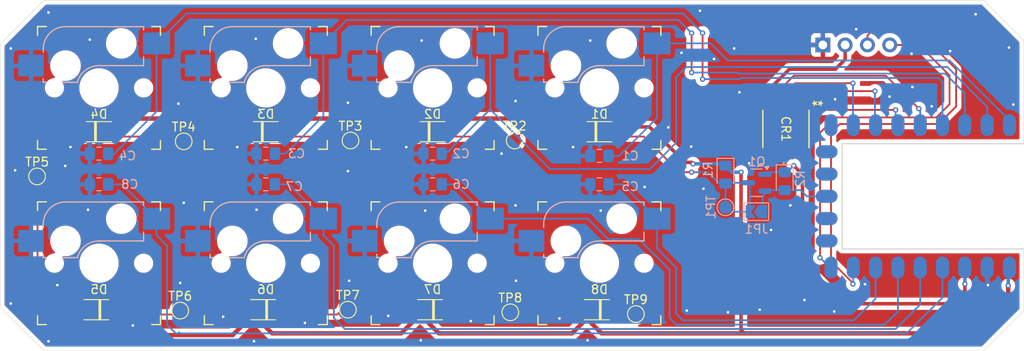
<source format=kicad_pcb>
(kicad_pcb (version 20240108) (generator "pcbnew") (generator_version "8.0")
  (title_block (comment 4 "AISLER Project ID: AHPZGPKK"))
  (layers (0 "F.Cu" signal) (31 "B.Cu" signal) (34 "B.Paste" user) (35 "F.Paste" user) (36 "B.SilkS" user "B.Silkscreen") (37 "F.SilkS" user "F.Silkscreen") (38 "B.Mask" user) (39 "F.Mask" user) (44 "Edge.Cuts" user))
  (net 0 "")
  (net 1 "+5V")
  (net 2 "OLED_SDA")
  (net 5 "OLED_SCL")
  (net 6 "EEPROM_CS")
  (net 7 "EEPROM_SCK")
  (net 8 "GND")
  (net 9 "LED_DIN")
  (net 10 "+3.3V")
  (net 11 "EEPROM_MISO")
  (net 12 "EEPROM_MOSI")
  (net 13 "SW_1_1")
  (net 14 "SW_1_2")
  (net 15 "SW_1_3")
  (net 16 "SW_1_4")
  (net 17 "SW_2_1")
  (net 18 "SW_2_2")
  (net 19 "SW_2_3")
  (net 20 "SW_2_4")
  (net 24 "Net-(D1-DIN)")
  (net 25 "Net-(D8-DOUT)")
  (net 26 "Net-(D1-DOUT)")
  (net 27 "Net-(D2-DOUT)")
  (net 28 "Net-(D3-DOUT)")
  (net 29 "Net-(D4-DOUT)")
  (net 30 "Net-(D5-DOUT)")
  (net 31 "Net-(D6-DOUT)")
  (net 32 "Net-(D7-DOUT)")
  (footprint "TestPoint:TestPoint_Pad_D1.5mm" (layer "F.Cu") (at 82.9 58)
    (property "Reference" "TP3")
    (property "Value" "TestPoint")
  )
  (footprint "Kailh_hotswap_led:Kailh_socket_MX_WS2812B_LR" (layer "F.Cu") (at 73.25 72)
    (property "Reference" "D6")
    (property "Value" "WS2812_Switch")
  )
  (footprint "TestPoint:TestPoint_Pad_D1.5mm" (layer "F.Cu") (at 101.1 77.6)
    (property "Reference" "TP8")
    (property "Value" "TestPoint")
  )
  (footprint "Kailh_hotswap_led:Kailh_socket_MX_WS2812B_LR" (layer "F.Cu") (at 111.25 72)
    (property "Reference" "D8")
    (property "Value" "WS2812_Switch")
  )
  (footprint "TestPoint:TestPoint_Pad_D1.5mm" (layer "F.Cu") (at 63.5 77.4)
    (property "Reference" "TP6")
    (property "Value" "TestPoint")
  )
  (footprint "footprints_M93C66-WMN6P:SO-8_STM" (layer "F.Cu") (at 132.495 56.6903 -90)
    (property "Reference" "CR1")
    (property "Value" "M93C66-WMN6P")
  )
  (footprint "TestPoint:TestPoint_Pad_D1.5mm" (layer "F.Cu") (at 82.6 77.3)
    (property "Reference" "TP7")
    (property "Value" "TestPoint")
  )
  (footprint "Kailh_hotswap_led:Kailh_socket_MX_WS2812B_RL" (layer "F.Cu") (at 111.25 52)
    (property "Reference" "D1")
    (property "Value" "WS2812_Switch")
  )
  (footprint "display:OLED-128x64" (layer "F.Cu") (at 140.51 47.1)
    (property "Reference" "J1" (hide yes))
    (property "Value" "OLED-128x64")
  )
  (footprint "Kailh_hotswap_led:Kailh_socket_MX_WS2812B_RL" (layer "F.Cu") (at 92.25 52)
    (property "Reference" "D2")
    (property "Value" "WS2812_Switch")
  )
  (footprint "Kailh_hotswap_led:Kailh_socket_MX_WS2812B_RL" (layer "F.Cu") (at 73.25 52)
    (property "Reference" "D3")
    (property "Value" "WS2812_Switch")
  )
  (footprint "TestPoint:TestPoint_Pad_D1.5mm" (layer "F.Cu") (at 47.2 62.1)
    (property "Reference" "TP5")
    (property "Value" "TestPoint")
  )
  (footprint "TestPoint:TestPoint_Pad_D1.5mm" (layer "F.Cu") (at 101.6 58)
    (property "Reference" "TP2")
    (property "Value" "TestPoint")
  )
  (footprint "Kailh_hotswap_led:Kailh_socket_MX_WS2812B_LR" (layer "F.Cu") (at 92.25 72)
    (property "Reference" "D7")
    (property "Value" "WS2812_Switch")
  )
  (footprint "TestPoint:TestPoint_Pad_D1.5mm" (layer "F.Cu") (at 115.4 77.8)
    (property "Reference" "TP9")
    (property "Value" "TestPoint")
  )
  (footprint "Kailh_hotswap_led:Kailh_socket_MX_WS2812B_RL" (layer "F.Cu") (at 54.25 52)
    (property "Reference" "D4")
    (property "Value" "WS2812_Switch")
  )
  (footprint "Kailh_hotswap_led:Kailh_socket_MX_WS2812B_LR" (layer "F.Cu") (at 54.25 72)
    (property "Reference" "D5")
    (property "Value" "WS2812_Switch")
  )
  (footprint "TestPoint:TestPoint_Pad_D1.5mm" (layer "F.Cu") (at 63.9 58.1)
    (property "Reference" "TP4")
    (property "Value" "TestPoint")
  )
  (footprint "Jumper:SolderJumper-2_P1.3mm_Open_TrianglePad1.0x1.5mm" (layer "B.Cu") (at 129.13 66.12 180)
    (property "Reference" "JP1")
    (property "Value" "SolderJumper_2_Open")
  )
  (footprint "Capacitor_SMD:C_0805_2012Metric_Pad1.18x1.45mm_HandSolder" (layer "B.Cu") (at 111.25 63)
    (property "Reference" "C5")
    (property "Value" "4µ7")
  )
  (footprint "Capacitor_SMD:C_0805_2012Metric_Pad1.18x1.45mm_HandSolder" (layer "B.Cu") (at 54.25 63)
    (property "Reference" "C8")
    (property "Value" "4µ7")
  )
  (footprint "TestPoint:TestPoint_Pad_D1.5mm" (layer "B.Cu") (at 125.605 65.62 -90)
    (property "Reference" "TP1")
    (property "Value" "TestPoint")
  )
  (footprint "mcu:rp2040-zero-smd" (layer "B.Cu") (at 147.79 64.37 90)
    (property "Reference" "U1" (hide yes))
    (property "Value" "rp2040-zero" (hide yes))
    (fp_line (start 6 -8.89) (end -6 -8.89) (stroke (width 0.12)) (layer "Edge.Cuts"))
    (fp_line (start -6 -8.89) (end -6 11.75) (stroke (width 0.12)) (layer "Edge.Cuts"))
    (fp_line (start 6 11.75) (end 6 -8.89) (stroke (width 0.12)) (layer "Edge.Cuts"))
  )
  (footprint "LED_SMD:LED_0805_2012Metric_Pad1.15x1.40mm_HandSolder" (layer "B.Cu") (at 125.605 61.895 -90)
    (property "Reference" "R1")
    (property "Value" "10k")
  )
  (footprint "Capacitor_SMD:C_0805_2012Metric_Pad1.18x1.45mm_HandSolder" (layer "B.Cu") (at 111.25 59.75)
    (property "Reference" "C1")
    (property "Value" "4µ7")
  )
  (footprint "Package_TO_SOT_SMD:SOT-23" (layer "B.Cu") (at 129.1675 62.82 180)
    (property "Reference" "Q1")
    (property "Value" "AO3400A")
  )
  (footprint "LED_SMD:LED_0805_2012Metric_Pad1.15x1.40mm_HandSolder" (layer "B.Cu") (at 132.355 62.645 -90)
    (property "Reference" "R2")
    (property "Value" "10k")
  )
  (footprint "Capacitor_SMD:C_0805_2012Metric_Pad1.18x1.45mm_HandSolder" (layer "B.Cu") (at 73.25 59.5)
    (property "Reference" "C3")
    (property "Value" "4µ7")
  )
  (footprint "Capacitor_SMD:C_0805_2012Metric_Pad1.18x1.45mm_HandSolder" (layer "B.Cu") (at 92.25 63)
    (property "Reference" "C6")
    (property "Value" "4µ7")
  )
  (footprint "Capacitor_SMD:C_0805_2012Metric_Pad1.18x1.45mm_HandSolder" (layer "B.Cu") (at 92.25 59.5)
    (property "Reference" "C2")
    (property "Value" "4µ7")
  )
  (footprint "Capacitor_SMD:C_0805_2012Metric_Pad1.18x1.45mm_HandSolder" (layer "B.Cu") (at 54.25 59.5)
    (property "Reference" "C4")
    (property "Value" "4µ7")
  )
  (footprint "Capacitor_SMD:C_0805_2012Metric_Pad1.18x1.45mm_HandSolder" (layer "B.Cu") (at 73.25 63)
    (property "Reference" "C7")
    (property "Value" "4µ7")
  )
  (gr_line (start 43 77) (end 48 82) (stroke (width 0.05)) (layer "Edge.Cuts"))
  (gr_line (start 155 42) (end 159.6 46.6) (stroke (width 0.05)) (layer "Edge.Cuts"))
  (gr_line (start 159.6 58.3) (end 159.54 58.37) (stroke (width 0.05)) (layer "Edge.Cuts"))
  (gr_line (start 43 47) (end 43 77) (stroke (width 0.05)) (layer "Edge.Cuts"))
  (gr_line (start 48 82) (end 155 82) (stroke (width 0.05)) (layer "Edge.Cuts"))
  (gr_line (start 159.6 70.5) (end 159.54 70.37) (stroke (width 0.05)) (layer "Edge.Cuts"))
  (gr_line (start 159.6 46.6) (end 159.6 58.3) (stroke (width 0.05)) (layer "Edge.Cuts"))
  (gr_line (start 43 47) (end 48 42) (stroke (width 0.05)) (layer "Edge.Cuts"))
  (gr_line (start 48 42) (end 155 42) (stroke (width 0.05)) (layer "Edge.Cuts"))
  (gr_line (start 159.6 77.4) (end 159.6 70.5) (stroke (width 0.05)) (layer "Edge.Cuts"))
  (gr_line (start 155 82) (end 159.6 77.4) (stroke (width 0.05)) (layer "Edge.Cuts"))
  (segment (start 111.5 80) (end 127.75 80) (width 0.5) (layer "F.Cu") (net 1))
  (segment (start 56.3325 55.5) (end 55.3825 56.45) (width 0.5) (layer "F.Cu") (net 1))
  (segment (start 92.9675 80) (end 90.8175 77.85) (width 0.5) (layer "F.Cu") (net 1))
  (segment (start 112.3825 56.1325) (end 111.75 55.5) (width 0.5) (layer "F.Cu") (net 1))
  (segment (start 121 60.5) (end 121.76 60.5) (width 0.4) (layer "F.Cu") (net 1))
  (segment (start 157.814313 74.695737) (end 157.814313 74.554313) (width 0.4) (layer "F.Cu") (net 1))
  (segment (start 112.3825 56.45) (end 112.3825 56.1325) (width 0.2) (layer "F.Cu") (net 1))
  (segment (start 109.8175 78.3175) (end 111.5 80) (width 0.5) (layer "F.Cu") (net 1))
  (segment (start 69.4675 80.2) (end 55.1675 80.2) (width 0.5) (layer "F.Cu") (net 1))
  (segment (start 92.4325 55.5) (end 75.3325 55.5) (width 0.5) (layer "F.Cu") (net 1))
  (segment (start 108.135 80) (end 92.9675 80) (width 0.5) (layer "F.Cu") (net 1))
  (segment (start 116.95 56.45) (end 121 60.5) (width 0.4) (layer "F.Cu") (net 1))
  (segment (start 109.8175 77.85) (end 109.8175 78.3175) (width 0.5) (layer "F.Cu") (net 1))
  (segment (start 93.3825 56.45) (end 92.4325 55.5) (width 0.5) (layer "F.Cu") (net 1))
  (segment (start 90.8175 77.85) (end 88.6675 80) (width 0.5) (layer "F.Cu") (net 1))
  (segment (start 73.9675 80) (end 71.8175 77.85) (width 0.5) (layer "F.Cu") (net 1))
  (segment (start 75.3325 55.5) (end 74.3825 56.45) (width 0.5) (layer "F.Cu") (net 1))
  (segment (start 121.76 60.5) (end 121.92 60.66) (width 0.4) (layer "F.Cu") (net 1))
  (segment (start 109.8175 78.3175) (end 108.135 80) (width 0.5) (layer "F.Cu") (net 1))
  (segment (start 127.38 79.63) (end 127.75 80) (width 0.4) (layer "F.Cu") (net 1))
  (segment (start 73.4325 55.5) (end 56.3325 55.5) (width 0.5) (layer "F.Cu") (net 1))
  (segment (start 127.38 61.62) (end 127.38 79.63) (width 0.4) (layer "F.Cu") (net 1))
  (segment (start 55.1675 80.2) (end 52.8175 77.85) (width 0.5) (layer "F.Cu") (net 1))
  (segment (start 111.75 55.5) (end 94.3325 55.5) (width 0.5) (layer "F.Cu") (net 1))
  (segment (start 116.95 56.45) (end 112.3825 56.45) (width 0.4) (layer "F.Cu") (net 1))
  (segment (start 94.3325 55.5) (end 93.3825 56.45) (width 0.5) (layer "F.Cu") (net 1))
  (segment (start 127.75 80) (end 155 80) (width 0.5) (layer "F.Cu") (net 1))
  (segment (start 157.814313 77.185687) (end 157.814313 74.554313) (width 0.5) (layer "F.Cu") (net 1))
  (segment (start 155 80) (end 157.814313 77.185687) (width 0.5) (layer "F.Cu") (net 1))
  (segment (start 74.3825 56.45) (end 73.4325 55.5) (width 0.5) (layer "F.Cu") (net 1))
  (segment (start 88.6675 80) (end 73.9675 80) (width 0.5) (layer "F.Cu") (net 1))
  (segment (start 71.8175 77.85) (end 69.4675 80.2) (width 0.5) (layer "F.Cu") (net 1))
  (via (at 127.38 61.62) (size 0.6) (drill 0.3) (layers "F.Cu" "B.Cu") (net 1))
  (via (at 157.814313 74.554313) (size 0.6) (drill 0.3) (layers "F.Cu" "B.Cu") (net 1))
  (via (at 121.92 60.66) (size 0.6) (drill 0.3) (layers "F.Cu" "B.Cu") (net 1))
  (segment (start 125.395 60.66) (end 125.605 60.87) (width 0.4) (layer "B.Cu") (net 1))
  (segment (start 157.814313 74.554313) (end 157.814313 72.125687) (width 0.4) (layer "B.Cu") (net 1))
  (segment (start 157.95 71.99) (end 157.95 73.05) (width 0.2) (layer "B.Cu") (net 1))
  (segment (start 121.92 60.66) (end 125.395 60.66) (width 0.4) (layer "B.Cu") (net 1))
  (segment (start 127.38 61.62) (end 126.355 61.62) (width 0.4) (layer "B.Cu") (net 1))
  (segment (start 126.355 61.62) (end 125.605 60.87) (width 0.4) (layer "B.Cu") (net 1))
  (segment (start 157.814313 72.125687) (end 157.95 71.99) (width 0.4) (layer "B.Cu") (net 1))
  (segment (start 157.95 73.05) (end 157.88 73.12) (width 0.2) (layer "B.Cu") (net 1))
  (segment (start 151.13 50.58) (end 147.65 47.1) (width 0.2) (layer "F.Cu") (net 2))
  (segment (start 149.63 55.37) (end 151.13 53.87) (width 0.2) (layer "F.Cu") (net 2))
  (segment (start 136.38 71.37) (end 136.38 57.12) (width 0.2) (layer "F.Cu") (net 2))
  (segment (start 147.65 47.1) (end 144.32 47.1) (width 0.2) (layer "F.Cu") (net 2))
  (segment (start 138.13 55.37) (end 149.63 55.37) (width 0.2) (layer "F.Cu") (net 2))
  (segment (start 151.13 53.87) (end 151.13 50.58) (width 0.2) (layer "F.Cu") (net 2))
  (segment (start 136.38 57.12) (end 138.13 55.37) (width 0.2) (layer "F.Cu") (net 2))
  (via (at 136.38 71.37) (size 0.6) (drill 0.3) (layers "F.Cu" "B.Cu") (net 2))
  (segment (start 137 71.99) (end 136.38 71.37) (width 0.2) (layer "B.Cu") (net 2))
  (segment (start 137.63 71.99) (end 137 71.99) (width 0.2) (layer "B.Cu") (net 2))
  (segment (start 140.13 74.271471) (end 137.63 71.771471) (width 0.2) (layer "F.Cu") (net 5))
  (segment (start 141.78 46.02) (end 141.78 47.1) (width 0.2) (layer "F.Cu") (net 5))
  (segment (start 151.88 54.12) (end 151.88 49.87) (width 0.2) (layer "F.Cu") (net 5))
  (segment (start 137.63 71.771471) (end 137.63 57.12) (width 0.2) (layer "F.Cu") (net 5))
  (segment (start 140.13 74.37) (end 140.13 74.271471) (width 0.2) (layer "F.Cu") (net 5))
  (segment (start 151.88 49.87) (end 147.41 45.4) (width 0.2) (layer "F.Cu") (net 5))
  (segment (start 138.63 56.12) (end 149.88 56.12) (width 0.2) (layer "F.Cu") (net 5))
  (segment (start 149.88 56.12) (end 151.88 54.12) (width 0.2) (layer "F.Cu") (net 5))
  (segment (start 137.63 57.12) (end 138.63 56.12) (width 0.2) (layer "F.Cu") (net 5))
  (segment (start 147.41 45.4) (end 142.4 45.4) (width 0.2) (layer "F.Cu") (net 5))
  (segment (start 142.4 45.4) (end 141.78 46.02) (width 0.2) (layer "F.Cu") (net 5))
  (via (at 140.13 74.37) (size 0.6) (drill 0.3) (layers "F.Cu" "B.Cu") (net 5))
  (segment (start 140.17 74.33) (end 140.13 74.37) (width 0.2) (layer "B.Cu") (net 5))
  (segment (start 140.17 71.99) (end 140.17 74.33) (width 0.2) (layer "B.Cu") (net 5))
  (segment (start 134.4 54.0106) (end 134.9 54.5106) (width 0.2) (layer "F.Cu") (net 6))
  (segment (start 134.9 54.5106) (end 144.9894 54.5106) (width 0.2) (layer "F.Cu") (net 6))
  (via (at 144.9894 54.5106) (size 0.6) (drill 0.3) (layers "F.Cu" "B.Cu") (net 6))
  (segment (start 144.9894 56.4894) (end 145.25 56.75) (width 0.2) (layer "B.Cu") (net 6))
  (segment (start 144.9894 54.5106) (end 144.9894 56.4894) (width 0.2) (layer "B.Cu") (net 6))
  (segment (start 133.38 52.62) (end 133.63 52.37) (width 0.2) (layer "F.Cu") (net 7))
  (segment (start 133.63 52.37) (end 142.63 52.37) (width 0.2) (layer "F.Cu") (net 7))
  (segment (start 133.13 52.87) (end 133.38 52.62) (width 0.2) (layer "F.Cu") (net 7))
  (segment (start 133.13 54.0106) (end 133.13 52.87) (width 0.2) (layer "F.Cu") (net 7))
  (via (at 142.63 52.37) (size 0.6) (drill 0.3) (layers "F.Cu" "B.Cu") (net 7))
  (segment (start 142.71 56.75) (end 142.63 56.67) (width 0.2) (layer "B.Cu") (net 7))
  (segment (start 142.63 56.67) (end 142.63 52.37) (width 0.2) (layer "B.Cu") (net 7))
  (segment (start 55.7325 76.1) (end 55.0825 76.75) (width 0.2) (layer "F.Cu") (net 8))
  (segment (start 63.5 76.1) (end 63.5 74.25) (width 0.2) (layer "F.Cu") (net 8))
  (segment (start 82.75 75.75) (end 82.75 74) (width 0.2) (layer "F.Cu") (net 8))
  (segment (start 108.25 58.75) (end 109.45 57.55) (width 0.2) (layer "F.Cu") (net 8))
  (segment (start 70 58.75) (end 71.2 57.55) (width 0.2) (layer "F.Cu") (net 8))
  (segment (start 128.5 52.5) (end 133.9 47.1) (width 0.5) (layer "F.Cu") (net 8))
  (segment (start 93.75 76.0825) (end 93.0825 76.75) (width 0.2) (layer "F.Cu") (net 8))
  (segment (start 112.0825 76.75) (end 112.0825 76.0825) (width 0.2) (layer "F.Cu") (net 8))
  (segment (start 131.86 59.37) (end 130.37 59.37) (width 0.5) (layer "F.Cu") (net 8))
  (segment (start 131.86 75.36) (end 131.86 59.37) (width 0.5) (layer "F.Cu") (net 8))
  (segment (start 117.25 62.5) (end 116 61.25) (width 0.2) (layer "F.Cu") (net 8))
  (segment (start 50.25 75.25) (end 49.5 74.5) (width 0.2) (layer "F.Cu") (net 8))
  (segment (start 101.75 76.0825) (end 93.75 76.0825) (width 0.2) (layer "F.Cu") (net 8))
  (segment (start 155.5 77.25) (end 154.25 78.5) (width 0.5) (layer "F.Cu") (net 8))
  (segment (start 90.45 57.55) (end 91.1175 57.55) (width 0.2) (layer "F.Cu") (net 8))
  (segment (start 154.25 78.5) (end 135 78.5) (width 0.5) (layer "F.Cu") (net 8))
  (segment (start 116 61.25) (end 113.8175 61.25) (width 0.2) (layer "F.Cu") (net 8))
  (segment (start 128.5 57.5) (end 128.5 52.5) (width 0.5) (layer "F.Cu") (net 8))
  (segment (start 82.75 75.75) (end 75.0825 75.75) (width 0.2) (layer "F.Cu") (net 8))
  (segment (start 113.8175 61.25) (end 110.1175 57.55) (width 0.2) (layer "F.Cu") (net 8))
  (segment (start 109.45 57.55) (end 110.1175 57.55) (width 0.2) (layer "F.Cu") (net 8))
  (segment (start 74.0825 76.75) (end 73.4325 76.1) (width 0.2) (layer "F.Cu") (net 8))
  (segment (start 53.5825 75.25) (end 50.25 75.25) (width 0.2) (layer "F.Cu") (net 8))
  (segment (start 55.0825 76.75) (end 53.5825 75.25) (width 0.2) (layer "F.Cu") (net 8))
  (segment (start 75.0825 75.75) (end 74.0825 76.75) (width 0.2) (layer "F.Cu") (net 8))
  (segment (start 52.2 57.55) (end 53.1175 57.55) (width 0.2) (layer "F.Cu") (net 8))
  (segment (start 73.4325 76.1) (end 63.5 76.1) (width 0.2) (layer "F.Cu") (net 8))
  (segment (start 122.75 62.5) (end 117.25 62.5) (width 0.2) (layer "F.Cu") (net 8))
  (segment (start 93.0825 76.75) (end 92.0825 75.75) (width 0.2) (layer "F.Cu") (net 8))
  (segment (start 131.86 59.37) (end 130.59 59.37) (width 0.5) (layer "F.Cu") (net 8))
  (segment (start 155.5 74.5) (end 155.5 77.25) (width 0.5) (layer "F.Cu") (net 8))
  (segment (start 112.0825 76.0825) (end 101.75 76.0825) (width 0.2) (layer "F.Cu") (net 8))
  (segment (start 125.88 59.37) (end 122.75 62.5) (width 0.2) (layer "F.Cu") (net 8))
  (segment (start 101.75 76.0825) (end 101.75 74) (width 0.2) (layer "F.Cu") (net 8))
  (segment (start 135 78.5) (end 131.86 75.36) (width 0.5) (layer "F.Cu") (net 8))
  (segment (start 51 58.75) (end 52.2 57.55) (width 0.2) (layer "F.Cu") (net 8))
  (segment (start 130.37 59.37) (end 128.5 57.5) (width 0.5) (layer "F.Cu") (net 8))
  (segment (start 130.59 59.37) (end 125.88 59.37) (width 0.2) (layer "F.Cu") (net 8))
  (segment (start 92.0825 75.75) (end 82.75 75.75) (width 0.2) (layer "F.Cu") (net 8))
  (segment (start 63.5 76.1) (end 55.7325 76.1) (width 0.2) (layer "F.Cu") (net 8))
  (segment (start 71.2 57.55) (end 72.1175 57.55) (width 0.2) (layer "F.Cu") (net 8))
  (segment (start 89.25 58.75) (end 90.45 57.55) (width 0.2) (layer "F.Cu") (net 8))
  (segment (start 133.9 47.1) (end 136.7 47.1) (width 0.5) (layer "F.Cu") (net 8))
  (segment (start 130.59 59.37) (end 130.59 59.09) (width 0.2) (layer "F.Cu") (net 8))
  (via (at 87.2 78) (size 0.6) (drill 0.3) (layers "F.Cu" "B.Cu") (net 8))
  (via (at 58.1 79.1) (size 0.6) (drill 0.3) (layers "F.Cu" "B.Cu") (net 8))
  (via (at 96.6 78.6) (size 0.6) (drill 0.3) (layers "F.Cu" "B.Cu") (net 8))
  (via (at 111.4 66) (size 0.6) (drill 0.3) (layers "F.Cu" "B.Cu") (net 8))
  (via (at 63.5 74.25) (size 0.6) (drill 0.3) (layers "F.Cu" "B.Cu") (net 8))
  (via (at 91.4 66) (size 0.6) (drill 0.3) (layers "F.Cu" "B.Cu") (net 8))
  (via (at 133 65.4) (size 0.6) (drill 0.3) (layers "F.Cu" "B.Cu") (net 8))
  (via (at 130.8 68.2) (size 0.6) (drill 0.3) (layers "F.Cu" "B.Cu") (net 8))
  (via (at 44.7 61.4) (size 0.6) (drill 0.3) (layers "F.Cu" "B.Cu") (net 8))
  (via (at 106.7 78.3) (size 0.6) (drill 0.3) (layers "F.Cu" "B.Cu") (net 8))
  (via (at 146.8 48.1) (size 0.6) (drill 0.3) (layers "F.Cu" "B.Cu") (net 8))
  (via (at 44.2 47.5) (size 0.6) (drill 0.3) (layers "F.Cu" "B.Cu") (net 8))
  (via (at 72.2 65.9) (size 0.6) (drill 0.3) (layers "F.Cu" "B.Cu") (net 8))
  (via (at 110.2 46.6) (size 0.6) (drill 0.3) (layers "F.Cu" "B.Cu") (net 8))
  (via (at 90.9 80.8) (size 0.6) (drill 0.3) (layers "F.Cu" "B.Cu") (net 8))
  (via (at 108.25 58.75) (size 0.6) (drill 0.3) (layers "F.Cu" "B.Cu") (net 8))
  (via (at 48.5 43.4) (size 0.6) (drill 0.3) (layers "F.Cu" "B.Cu") (net 8))
  (via (at 144.3 53) (size 0.6) (drill 0.3) (layers "F.Cu" "B.Cu") (net 8))
  (via (at 129.5 77.3) (size 0.6) (drill 0.3) (layers "F.Cu" "B.Cu") (net 8))
  (via (at 72.1 46.4) (size 0.6) (drill 0.3) (layers "F.Cu" "B.Cu") (net 8))
  (via (at 44.2 76.6) (size 0.6) (drill 0.3) (layers "F.Cu" "B.Cu") (net 8))
  (via (at 100.1 59.5) (size 0.6) (drill 0.3) (layers "F.Cu" "B.Cu") (net 8))
  (via (at 122.7 43.2) (size 0.6) (drill 0.3) (layers "F.Cu" "B.Cu") (net 8))
  (via (at 68.4 78.1) (size 0.6) (drill 0.3) (layers "F.Cu" "B.Cu") (net 8))
  (via (at 119.1 56.5) (size 0.6) (drill 0.3) (layers "F.Cu" "B.Cu") (net 8))
  (via (at 63.9 65.1) (size 0.6) (drill 0.3) (layers "F.Cu" "B.Cu") (net 8))
  (via (at 91 46.6) (size 0.6) (drill 0.3) (layers "F.Cu" "B.Cu") (net 8))
  (via (at 134.6 76.2) (size 0.6) (drill 0.3) (layers "F.Cu" "B.Cu") (net 8))
  (via (at 127.2 52.5) (size 0.6) (drill 0.3) (layers "F.Cu" "B.Cu") (net 8))
  (via (at 158.4 53.9) (size 0.6) (drill 0.3) (layers "F.Cu" "B.Cu") (net 8))
  (via (at 151.2 47.8) (size 0.6) (drill 0.3) (layers "F.Cu" "B.Cu") (net 8))
  (via (at 157.9 47.4) (size 0.6) (drill 0.3) (layers "F.Cu" "B.Cu") (net 8))
  (via (at 155.5 74.5) (size 0.6) (drill 0.3) (layers "F.Cu" "B.Cu") (net 8))
  (via (at 116.4 63.3) (size 0.6) (drill 0.3) (layers "F.Cu" "B.Cu") (net 8))
  (via (at 146.9 51.9) (size 0.6) (drill 0.3) (layers "F.Cu" "B.Cu") (net 8))
  (via (at 51 58.75) (size 0.6) (drill 0.3) (layers "F.Cu" "B.Cu") (net 8))
  (via (at 50.4 60.9) (size 0.6) (drill 0.3) (layers "F.Cu" "B.Cu") (net 8))
  (via (at 82.6 53.7) (size 0.6) (drill 0.3) (layers "F.Cu" "B.Cu") (net 8))
  (via (at 101.7 65.4) (size 0.6) (drill 0.3) (layers "F.Cu" "B.Cu") (net 8))
  (via (at 141.5 74.4) (size 0.6) (drill 0.3) (layers "F.Cu" "B.Cu") (net 8))
  (via (at 48.5 80.9) (size 0.6) (drill 0.3) (layers "F.Cu" "B.Cu") (net 8))
  (via (at 109.9 80.8) (size 0.6) (drill 0.3) (layers "F.Cu" "B.Cu") (net 8))
  (via (at 154.1 43.6) (size 0.6) (drill 0.3) (layers "F.Cu" "B.Cu") (net 8))
  (via (at 125.9 77.6) (size 0.6) (drill 0.3) (layers "F.Cu" "B.Cu") (net 8))
  (via (at 53 65.9) (size 0.6) (drill 0.3) (layers "F.Cu" "B.Cu") (net 8))
  (via (at 77.7 78.8) (size 0.6) (drill 0.3) (layers "F.Cu" "B.Cu") (net 8))
  (via (at 121.7 58.7) (size 0.6) (drill 0.3) (layers "F.Cu" "B.Cu") (net 8))
  (via (at 149.1 54.1) (size 0.6) (drill 0.3) (layers "F.Cu" "B.Cu") (net 8))
  (via (at 121.2 77.4) (size 0.6) (drill 0.3) (layers "F.Cu" "B.Cu") (net 8))
  (via (at 89.25 58.75) (size 0.6) (drill 0.3) (layers "F.Cu" "B.Cu") (net 8))
  (via (at 101.7 53.5) (size 0.6) (drill 0.3) (layers "F.Cu" "B.Cu") (net 8))
  (via (at 53.2 46.5) (size 0.6) (drill 0.3) (layers "F.Cu" "B.Cu") (net 8))
  (via (at 140.5 45.3) (size 0.6) (drill 0.3) (layers "F.Cu" "B.Cu") (net 8))
  (via (at 101.75 74) (size 0.6) (drill 0.3) (layers "F.Cu" "B.Cu") (net 8))
  (via (at 49.5 74.5) (size 0.6) (drill 0.3) (layers "F.Cu" "B.Cu") (net 8))
  (via (at 123.1 63.5) (size 0.6) (drill 0.3) (layers "F.Cu" "B.Cu") (net 8))
  (via (at 70 58.75) (size 0.6) (drill 0.3) (layers "F.Cu" "B.Cu") (net 8))
  (via (at 82.6 61.5) (size 0.6) (drill 0.3) (layers "F.Cu" "B.Cu") (net 8))
  (via (at 71.9 80.9) (size 0.6) (drill 0.3) (layers "F.Cu" "B.Cu") (net 8))
  (via (at 138 77.5) (size 0.6) (drill 0.3) (layers "F.Cu" "B.Cu") (net 8))
  (via (at 63.3 53.8) (size 0.6) (drill 0.3) (layers "F.Cu" "B.Cu") (net 8))
  (via (at 128.3 60.6) (size 0.6) (drill 0.3) (layers "F.Cu" "B.Cu") (net 8))
  (via (at 126.6 47.5) (size 0.6) (drill 0.3) (layers "F.Cu" "B.Cu") (net 8))
  (via (at 138.1 53.3) (size 0.6) (drill 0.3) (layers "F.Cu" "B.Cu") (net 8))
  (via (at 120.6 48) (size 0.6) (drill 0.3) (layers "F.Cu" "B.Cu") (net 8))
  (via (at 82.75 74) (size 0.6) (drill 0.3) (layers "F.Cu" "B.Cu") (net 8))
  (via (at 124.3 48.7) (size 0.6) (drill 0.3) (layers "F.Cu" "B.Cu") (net 8))
  (segment (start 46.5075 57.0075) (end 48.25 58.75) (width 0.2) (layer "B.Cu") (net 8))
  (segment (start 46.5075 72.5075) (end 48.5 74.5) (width 0.2) (layer "B.Cu") (net 8))
  (segment (start 91.2125 61.5) (end 91.2125 63) (width 0.2) (layer "B.Cu") (net 8))
  (segment (start 67 58.75) (end 70 58.75) (width 0.2) (layer "B.Cu") (net 8))
  (segment (start 72.2125 63) (end 72.2125 59.5) (width 0.2) (layer "B.Cu") (net 8))
  (segment (start 46.5075 69.46) (end 46.5075 65.7425) (width 0.2) (layer "B.Cu") (net 8))
  (segment (start 103.5075 56.7575) (end 105.5 58.75) (width 0.2) (layer "B.Cu") (net 8))
  (segment (start 49.25 63) (end 53.2125 63) (width 0.2) (layer "B.Cu") (net 8))
  (segment (start 68.75 63) (end 72.2125 63) (width 0.2) (layer "B.Cu") (net 8))
  (segment (start 84.5075 65.7425) (end 87.25 63) (width 0.2) (layer "B.Cu") (net 8))
  (segment (start 65.5075 72.2425) (end 63.5 74.25) (width 0.2) (layer "B.Cu") (net 8))
  (segment (start 109.25 59.75) (end 108.25 58.75) (width 0.2) (layer "B.Cu") (net 8))
  (segment (start 103.5075 49.46) (end 103.5075 56.7575) (width 0.2) (layer "B.Cu") (net 8))
  (segment (start 65.5075 57.2575) (end 67 58.75) (width 0.2) (layer "B.Cu") (net 8))
  (segment (start 90 59.5) (end 89.25 58.75) (width 0.2) (layer "B.Cu") (net 8))
  (segment (start 110.2125 59.75) (end 109.25 59.75) (width 0.2) (layer "B.Cu") (net 8))
  (segment (start 65.5075 49.46) (end 65.5075 57.2575) (width 0.2) (layer "B.Cu") (net 8))
  (segment (start 46.5075 65.7425) (end 49.25 63) (width 0.2) (layer "B.Cu") (net 8))
  (segment (start 48.25 58.75) (end 51 58.75) (width 0.2) (layer "B.Cu") (net 8))
  (segment (start 84.5075 69.46) (end 84.5075 65.7425) (width 0.2) (layer "B.Cu") (net 8))
  (segment (start 98.35 64.6) (end 110.2 64.6) (width 0.2) (layer "B.Cu") (net 8))
  (segment (start 48.5 74.5) (end 49.5 74.5) (width 0.2) (layer "B.Cu") (net 8))
  (segment (start 65.5075 66.2425) (end 68.75 63) (width 0.2) (layer "B.Cu") (net 8))
  (segment (start 91.2125 59.5) (end 91.2125 61.5) (width 0.2) (layer "B.Cu") (net 8))
  (segment (start 103.5075 69.46) (end 103.5075 72.2425) (width 0.2) (layer "B.Cu") (net 8))
  (segment (start 72.4625 59.5) (end 70.75 59.5) (width 0.2) (layer "B.Cu") (net 8))
  (segment (start 46.5075 49.46) (end 46.5075 57.0075) (width 0.2) (layer "B.Cu") (net 8))
  (segment (start 65.5075 69.46) (end 65.5075 72.2425) (width 0.2) (layer "B.Cu") (net 8))
  (segment (start 103.5075 72.2425) (end 101.75 74) (width 0.2) (layer "B.Cu") (net 8))
  (segment (start 95.25 61.5) (end 98.35 64.6) (width 0.2) (layer "B.Cu") (net 8))
  (segment (start 91.2125 61.5) (end 95.25 61.5) (width 0.2) (layer "B.Cu") (net 8))
  (segment (start 84.5075 69.46) (end 84.5075 72.2425) (width 0.2) (layer "B.Cu") (net 8))
  (segment (start 110.2125 64.5875) (end 110.2125 63) (width 0.2) (layer "B.Cu") (net 8))
  (segment (start 155.41 71.99) (end 155.5 72.08) (width 0.2) (layer "B.Cu") (net 8))
  (segment (start 87 58.75) (end 89.25 58.75) (width 0.2) (layer "B.Cu") (net 8))
  (segment (start 110.2 64.6) (end 110.2125 64.5875) (width 0.2) (layer "B.Cu") (net 8))
  (segment (start 84.5075 49.46) (end 84.5075 56.2575) (width 0.2) (layer "B.Cu") (net 8))
  (segment (start 53.2125 59.5) (end 51.75 59.5) (width 0.2) (layer "B.Cu") (net 8))
  (segment (start 91.2125 59.5) (end 90 59.5) (width 0.2) (layer "B.Cu") (net 8))
  (segment (start 51.75 59.5) (end 51 58.75) (width 0.2) (layer "B.Cu") (net 8))
  (segment (start 70.75 59.5) (end 70 58.75) (width 0.2) (layer "B.Cu") (net 8))
  (segment (start 105.5 58.75) (end 108.25 58.75) (width 0.2) (layer "B.Cu") (net 8))
  (segment (start 155.5 72.08) (end 155.5 74.5) (width 0.5) (layer "B.Cu") (net 8))
  (segment (start 84.5075 56.2575) (end 87 58.75) (width 0.2) (layer "B.Cu") (net 8))
  (segment (start 46.5075 69.46) (end 46.5075 72.5075) (width 0.2) (layer "B.Cu") (net 8))
  (segment (start 53.2125 63) (end 53.2125 59.5) (width 0.2) (layer "B.Cu") (net 8))
  (segment (start 87.25 63) (end 91.2125 63) (width 0.2) (layer "B.Cu") (net 8))
  (segment (start 65.5075 69.46) (end 65.5075 66.2425) (width 0.2) (layer "B.Cu") (net 8))
  (segment (start 84.5075 72.2425) (end 82.75 74) (width 0.2) (layer "B.Cu") (net 8))
  (segment (start 130.105 64.095) (end 129.855 64.345) (width 0.2) (layer "B.Cu") (net 9))
  (segment (start 132.355 63.67) (end 130.205 63.67) (width 0.2) (layer "B.Cu") (net 9))
  (segment (start 132.355 63.67) (end 134.18 63.67) (width 0.2) (layer "B.Cu") (net 9))
  (segment (start 134.18 63.67) (end 134.88 64.37) (width 0.2) (layer "B.Cu") (net 9))
  (segment (start 130.205 63.67) (end 130.105 63.77) (width 0.2) (layer "B.Cu") (net 9))
  (segment (start 130.105 63.77) (end 130.105 64.095) (width 0.2) (layer "B.Cu") (net 9))
  (segment (start 129.855 64.345) (end 129.855 66.12) (width 0.2) (layer "B.Cu") (net 9))
  (segment (start 134.88 64.37) (end 137.63 64.37) (width 0.2) (layer "B.Cu") (net 9))
  (segment (start 134.4 57.89) (end 132.621301 57.89) (width 0.4) (layer "F.Cu") (net 10))
  (segment (start 139.24 48.76) (end 139.24 47.1) (width 0.4) (layer "F.Cu") (net 10))
  (segment (start 129.38 53.372501) (end 132.882501 49.87) (width 0.4) (layer "F.Cu") (net 10))
  (segment (start 152.88 75.12) (end 151.38 76.62) (width 0.4) (layer "F.Cu") (net 10))
  (segment (start 138.13 49.87) (end 139.24 48.76) (width 0.4) (layer "F.Cu") (net 10))
  (segment (start 134.38 61.87) (end 133.38 60.87) (width 0.4) (layer "F.Cu") (net 10))
  (segment (start 134.38 72.12) (end 134.38 61.87) (width 0.4) (layer "F.Cu") (net 10))
  (segment (start 132.882501 49.87) (end 138.13 49.87) (width 0.4) (layer "F.Cu") (net 10))
  (segment (start 152.88 74.37) (end 152.88 75.12) (width 0.4) (layer "F.Cu") (net 10))
  (segment (start 129.38 54.648699) (end 129.38 53.372501) (width 0.4) (layer "F.Cu") (net 10))
  (segment (start 134.4 61.85) (end 134.4 59.37) (width 0.4) (layer "F.Cu") (net 10))
  (segment (start 132.621301 57.89) (end 129.38 54.648699) (width 0.4) (layer "F.Cu") (net 10))
  (segment (start 134.4 59.37) (end 134.4 57.89) (width 0.4) (layer "F.Cu") (net 10))
  (segment (start 134.38 61.87) (end 134.4 61.85) (width 0.4) (layer "F.Cu") (net 10))
  (segment (start 151.38 76.62) (end 138.88 76.62) (width 0.4) (layer "F.Cu") (net 10))
  (segment (start 138.88 76.62) (end 134.38 72.12) (width 0.4) (layer "F.Cu") (net 10))
  (via (at 133.38 60.87) (size 0.6) (drill 0.3) (layers "F.Cu" "B.Cu") (net 10))
  (via (at 152.88 74.37) (size 0.6) (drill 0.3) (layers "F.Cu" "B.Cu") (net 10))
  (segment (start 132.63 61.62) (end 133.38 60.87) (width 0.2) (layer "B.Cu") (net 10))
  (segment (start 132.355 61.62) (end 130.355 61.62) (width 0.2) (layer "B.Cu") (net 10))
  (segment (start 132.355 61.62) (end 132.63 61.62) (width 0.2) (layer "B.Cu") (net 10))
  (segment (start 130.355 61.62) (end 130.105 61.87) (width 0.2) (layer "B.Cu") (net 10))
  (segment (start 152.88 74.37) (end 152.88 72) (width 0.4) (layer "B.Cu") (net 10))
  (segment (start 152.88 72) (end 152.87 71.99) (width 0.4) (layer "B.Cu") (net 10))
  (segment (start 130.59 54.0106) (end 130.59 53.41) (width 0.2) (layer "F.Cu") (net 11))
  (segment (start 133.38 50.62) (end 143.88 50.62) (width 0.2) (layer "F.Cu") (net 11))
  (segment (start 143.88 50.62) (end 147.63 54.37) (width 0.2) (layer "F.Cu") (net 11))
  (segment (start 130.59 53.41) (end 133.38 50.62) (width 0.2) (layer "F.Cu") (net 11))
  (via (at 147.63 54.37) (size 0.6) (drill 0.3) (layers "F.Cu" "B.Cu") (net 11))
  (segment (start 147.79 54.53) (end 147.79 56.75) (width 0.2) (layer "B.Cu") (net 11))
  (segment (start 147.63 54.37) (end 147.79 54.53) (width 0.2) (layer "B.Cu") (net 11))
  (segment (start 133.53 51.47) (end 140.13 51.47) (width 0.2) (layer "F.Cu") (net 12))
  (segment (start 131.86 54.0106) (end 131.86 53.14) (width 0.2) (layer "F.Cu") (net 12))
  (segment (start 131.86 53.14) (end 133.53 51.47) (width 0.2) (layer "F.Cu") (net 12))
  (via (at 140.13 51.47) (size 0.6) (drill 0.3) (layers "F.Cu" "B.Cu") (net 12))
  (segment (start 140.13 56.71) (end 140.17 56.75) (width 0.2) (layer "B.Cu") (net 12))
  (segment (start 140.13 51.47) (end 140.13 56.71) (width 0.2) (layer "B.Cu") (net 12))
  (segment (start 117.8075 55.4425) (end 117.8075 46.92) (width 0.2) (layer "B.Cu") (net 13))
  (segment (start 157.95 55.69) (end 157.95 56.75) (width 0.2) (layer "B.Cu") (net 13))
  (segment (start 151.13 48.87) (end 157.95 55.69) (width 0.2) (layer "B.Cu") (net 13))
  (segment (start 157.88 56.68) (end 157.95 56.75) (width 0.2) (layer "B.Cu") (net 13))
  (segment (start 113.5 59.75) (end 117.8075 55.4425) (width 0.2) (layer "B.Cu") (net 13))
  (segment (start 123.93 46.92) (end 125.88 48.87) (width 0.2) (layer "B.Cu") (net 13))
  (segment (start 151.13 48.87) (end 125.88 48.87) (width 0.2) (layer "B.Cu") (net 13))
  (segment (start 112.2875 59.75) (end 113.5 59.75) (width 0.2) (layer "B.Cu") (net 13))
  (segment (start 117.8075 46.92) (end 123.93 46.92) (width 0.2) (layer "B.Cu") (net 13))
  (segment (start 93.2875 59.5) (end 93.75 59.5) (width 0.2) (layer "B.Cu") (net 14))
  (segment (start 93.75 59.5) (end 98.8075 54.4425) (width 0.2) (layer "B.Cu") (net 14))
  (segment (start 121.13 49.62) (end 150.88 49.62) (width 0.2) (layer "B.Cu") (net 14))
  (segment (start 150.88 49.62) (end 155.41 54.15) (width 0.2) (layer "B.Cu") (net 14))
  (segment (start 105.615 61.25) (end 117 61.25) (width 0.2) (layer "B.Cu") (net 14))
  (segment (start 155.41 54.15) (end 155.41 56.75) (width 0.2) (layer "B.Cu") (net 14))
  (segment (start 98.8075 54.4425) (end 98.8075 46.92) (width 0.2) (layer "B.Cu") (net 14))
  (segment (start 120 50.75) (end 121.13 49.62) (width 0.2) (layer "B.Cu") (net 14))
  (segment (start 98.8075 54.4425) (end 105.615 61.25) (width 0.2) (layer "B.Cu") (net 14))
  (segment (start 120 58.25) (end 120 50.75) (width 0.2) (layer "B.Cu") (net 14))
  (segment (start 117 61.25) (end 120 58.25) (width 0.2) (layer "B.Cu") (net 14))
  (segment (start 121.75 45.75) (end 121.75 50.25) (width 0.2) (layer "F.Cu") (net 15))
  (via (at 121.75 45.75) (size 0.6) (drill 0.3) (layers "F.Cu" "B.Cu") (net 15))
  (via (at 121.75 50.25) (size 0.6) (drill 0.3) (layers "F.Cu" "B.Cu") (net 15))
  (segment (start 152.87 52.61) (end 152.87 56.75) (width 0.2) (layer "B.Cu") (net 15))
  (segment (start 121.75 50.25) (end 127 50.25) (width 0.2) (layer "B.Cu") (net 15))
  (segment (start 82.4775 44.25) (end 119.25 44.25) (width 0.2) (layer "B.Cu") (net 15))
  (segment (start 82.25 44.4775) (end 82.4775 44.25) (width 0.2) (layer "B.Cu") (net 15))
  (segment (start 127 50.25) (end 127.12 50.37) (width 0.2) (layer "B.Cu") (net 15))
  (segment (start 150.63 50.37) (end 152.87 52.61) (width 0.2) (layer "B.Cu") (net 15))
  (segment (start 127.12 50.37) (end 150.63 50.37) (width 0.2) (layer "B.Cu") (net 15))
  (segment (start 74.5375 59.5) (end 75.5 59.5) (width 0.2) (layer "B.Cu") (net 15))
  (segment (start 79.8075 55.1925) (end 79.8075 46.92) (width 0.2) (layer "B.Cu") (net 15))
  (segment (start 75.5 59.5) (end 79.8075 55.1925) (width 0.2) (layer "B.Cu") (net 15))
  (segment (start 119.25 44.25) (end 120.25 44.25) (width 0.2) (layer "B.Cu") (net 15))
  (segment (start 79.8075 46.92) (end 82.25 44.4775) (width 0.2) (layer "B.Cu") (net 15))
  (segment (start 120.25 44.25) (end 121.75 45.75) (width 0.2) (layer "B.Cu") (net 15))
  (segment (start 127.064315 50.37) (end 127.12 50.37) (width 0.2) (layer "B.Cu") (net 15))
  (segment (start 123 45.75) (end 123 51) (width 0.2) (layer "F.Cu") (net 16))
  (via (at 123 51) (size 0.6) (drill 0.3) (layers "F.Cu" "B.Cu") (net 16))
  (via (at 123 45.75) (size 0.6) (drill 0.3) (layers "F.Cu" "B.Cu") (net 16))
  (segment (start 119.25 43.5) (end 120.75 43.5) (width 0.2) (layer "B.Cu") (net 16))
  (segment (start 60.8075 46.92) (end 64.2275 43.5) (width 0.2) (layer "B.Cu") (net 16))
  (segment (start 149.88 50.87) (end 150.33 51.32) (width 0.2) (layer "B.Cu") (net 16))
  (segment (start 127.38 50.87) (end 149.88 50.87) (width 0.2) (layer "B.Cu") (net 16))
  (segment (start 64.2275 43.5) (end 119.25 43.5) (width 0.2) (layer "B.Cu") (net 16))
  (segment (start 150.33 51.32) (end 150.33 56.75) (width 0.2) (layer "B.Cu") (net 16))
  (segment (start 56 59.5) (end 60.8075 54.6925) (width 0.2) (layer "B.Cu") (net 16))
  (segment (start 127.25 51) (end 127.38 50.87) (width 0.2) (layer "B.Cu") (net 16))
  (segment (start 123 51) (end 127.25 51) (width 0.2) (layer "B.Cu") (net 16))
  (segment (start 55.2875 59.5) (end 56 59.5) (width 0.2) (layer "B.Cu") (net 16))
  (segment (start 60.8075 54.6925) (end 60.8075 46.92) (width 0.2) (layer "B.Cu") (net 16))
  (segment (start 120.75 43.5) (end 123 45.75) (width 0.2) (layer "B.Cu") (net 16))
  (segment (start 142.71 76.04) (end 142.71 71.99) (width 0.2) (layer "B.Cu") (net 17))
  (segment (start 117.8075 66.92) (end 117.8075 70.3075) (width 0.2) (layer "B.Cu") (net 17))
  (segment (start 140.25 78.5) (end 142.71 76.04) (width 0.2) (layer "B.Cu") (net 17))
  (segment (start 120.75 78.5) (end 140.25 78.5) (width 0.2) (layer "B.Cu") (net 17))
  (segment (start 120 72.5) (end 120 77.75) (width 0.2) (layer "B.Cu") (net 17))
  (segment (start 113.8875 63) (end 117.8075 66.92) (width 0.2) (layer "B.Cu") (net 17))
  (segment (start 120 77.75) (end 120.75 78.5) (width 0.2) (layer "B.Cu") (net 17))
  (segment (start 112.2875 63) (end 113.8875 63) (width 0.2) (layer "B.Cu") (net 17))
  (segment (start 117.8075 70.3075) (end 120 72.5) (width 0.2) (layer "B.Cu") (net 17))
  (segment (start 109.92 66.92) (end 112.25 69.25) (width 0.2) (layer "B.Cu") (net 18))
  (segment (start 93.2875 63) (end 94.8875 63) (width 0.2) (layer "B.Cu") (net 18))
  (segment (start 115.75 69.25) (end 119.25 72.75) (width 0.2) (layer "B.Cu") (net 18))
  (segment (start 143.75 79) (end 145.25 77.5) (width 0.2) (layer "B.Cu") (net 18))
  (segment (start 119.25 72.75) (end 119.25 78.25) (width 0.2) (layer "B.Cu") (net 18))
  (segment (start 94.8875 63) (end 98.8075 66.92) (width 0.2) (layer "B.Cu") (net 18))
  (segment (start 120 79) (end 143.75 79) (width 0.2) (layer "B.Cu") (net 18))
  (segment (start 145.25 77.5) (end 145.25 71.99) (width 0.2) (layer "B.Cu") (net 18))
  (segment (start 112.25 69.25) (end 115.75 69.25) (width 0.2) (layer "B.Cu") (net 18))
  (segment (start 119.25 78.25) (end 120 79) (width 0.2) (layer "B.Cu") (net 18))
  (segment (start 98.8075 66.92) (end 109.92 66.92) (width 0.2) (layer "B.Cu") (net 18))
  (segment (start 147.79 76.71) (end 147.79 71.99) (width 0.2) (layer "B.Cu") (net 19))
  (segment (start 75.8875 63) (end 79.8075 66.92) (width 0.2) (layer "B.Cu") (net 19))
  (segment (start 81 70) (end 81 78.25) (width 0.2) (layer "B.Cu") (net 19))
  (segment (start 82.25 79.5) (end 145 79.5) (width 0.2) (layer "B.Cu") (net 19))
  (segment (start 145 79.5) (end 147.79 76.71) (width 0.2) (layer "B.Cu") (net 19))
  (segment (start 79.8075 66.92) (end 79.8075 68.8075) (width 0.2) (layer "B.Cu") (net 19))
  (segment (start 79.8075 68.8075) (end 81 70) (width 0.2) (layer "B.Cu") (net 19))
  (segment (start 74.2875 63) (end 75.8875 63) (width 0.2) (layer "B.Cu") (net 19))
  (segment (start 81 78.25) (end 82.25 79.5) (width 0.2) (layer "B.Cu") (net 19))
  (segment (start 146.25 80) (end 150.33 75.92) (width 0.2) (layer "B.Cu") (net 20))
  (segment (start 150.33 75.92) (end 150.33 71.99) (width 0.2) (layer "B.Cu") (net 20))
  (segment (start 63.45 80) (end 146.25 80) (width 0.2) (layer "B.Cu") (net 20))
  (segment (start 56.8875 63) (end 60.8075 66.92) (width 0.2) (layer "B.Cu") (net 20))
  (segment (start 63.35 79.9) (end 63.45 80) (width 0.2) (layer "B.Cu") (net 20))
  (segment (start 63 80) (end 63.25 80) (width 0.2) (layer "B.Cu") (net 20))
  (segment (start 60.8075 66.92) (end 60.8075 68.8075) (width 0.2) (layer "B.Cu") (net 20))
  (segment (start 63.25 80) (end 63.35 79.9) (width 0.2) (layer "B.Cu") (net 20))
  (segment (start 55.2875 63) (end 56.8875 63) (width 0.2) (layer "B.Cu") (net 20))
  (segment (start 60.8075 68.8075) (end 62 70) (width 0.2) (layer "B.Cu") (net 20))
  (segment (start 62 79) (end 63 80) (width 0.2) (layer "B.Cu") (net 20))
  (segment (start 62 70) (end 62 79) (width 0.2) (layer "B.Cu") (net 20))
  (segment (start 120.37 61.62) (end 121.75 61.62) (width 0.2) (layer "F.Cu") (net 24))
  (segment (start 116.3 57.55) (end 120.37 61.62) (width 0.2) (layer "F.Cu") (net 24))
  (segment (start 112.3825 57.55) (end 116.3 57.55) (width 0.2) (layer "F.Cu") (net 24))
  (via (at 121.75 61.62) (size 0.6) (drill 0.3) (layers "F.Cu" "B.Cu") (net 24))
  (segment (start 126.105 66.12) (end 125.605 65.62) (width 0.2) (layer "B.Cu") (net 24))
  (segment (start 125.705 62.82) (end 125.605 62.92) (width 0.2) (layer "B.Cu") (net 24))
  (segment (start 123.63 61.62) (end 121.75 61.62) (width 0.2) (layer "B.Cu") (net 24))
  (segment (start 128.405 66.12) (end 128.405 62.995) (width 0.2) (layer "B.Cu") (net 24))
  (segment (start 124.93 62.92) (end 123.63 61.62) (width 0.2) (layer "B.Cu") (net 24))
  (segment (start 128.405 62.995) (end 128.23 62.82) (width 0.2) (layer "B.Cu") (net 24))
  (segment (start 128.23 62.82) (end 125.705 62.82) (width 0.2) (layer "B.Cu") (net 24))
  (segment (start 125.605 65.62) (end 125.605 62.92) (width 0.2) (layer "B.Cu") (net 24))
  (segment (start 128.405 66.12) (end 126.105 66.12) (width 0.2) (layer "B.Cu") (net 24))
  (segment (start 125.605 62.92) (end 124.93 62.92) (width 0.2) (layer "B.Cu") (net 24))
  (segment (start 115.35 77.85) (end 115.4 77.8) (width 0.2) (layer "F.Cu") (net 25))
  (segment (start 112.0825 77.85) (end 115.35 77.85) (width 0.2) (layer "F.Cu") (net 25))
  (segment (start 103.05 56.45) (end 101.95 57.55) (width 0.2) (layer "F.Cu") (net 26))
  (segment (start 110.1175 56.45) (end 103.05 56.45) (width 0.2) (layer "F.Cu") (net 26))
  (segment (start 101.95 57.55) (end 93.3825 57.55) (width 0.2) (layer "F.Cu") (net 26))
  (segment (start 84.05 56.45) (end 82.95 57.55) (width 0.2) (layer "F.Cu") (net 27))
  (segment (start 82.95 57.55) (end 74.3825 57.55) (width 0.2) (layer "F.Cu") (net 27))
  (segment (start 91.1175 56.45) (end 84.05 56.45) (width 0.2) (layer "F.Cu") (net 27))
  (segment (start 72.1175 56.45) (end 67.05 56.45) (width 0.2) (layer "F.Cu") (net 28))
  (segment (start 67.05 56.45) (end 65.95 57.55) (width 0.2) (layer "F.Cu") (net 28))
  (segment (start 65.95 57.55) (end 55.3825 57.55) (width 0.2) (layer "F.Cu") (net 28))
  (segment (start 47.25 73.5) (end 50.5 76.75) (width 0.2) (layer "F.Cu") (net 29))
  (segment (start 47.25 59.75) (end 47.25 73.5) (width 0.2) (layer "F.Cu") (net 29))
  (segment (start 50.5 76.75) (end 52.8175 76.75) (width 0.2) (layer "F.Cu") (net 29))
  (segment (start 53.1175 56.45) (end 50.55 56.45) (width 0.2) (layer "F.Cu") (net 29))
  (segment (start 50.55 56.45) (end 47.25 59.75) (width 0.2) (layer "F.Cu") (net 29))
  (segment (start 62.65 77.85) (end 63.75 76.75) (width 0.2) (layer "F.Cu") (net 30))
  (segment (start 55.0825 77.85) (end 62.65 77.85) (width 0.2) (layer "F.Cu") (net 30))
  (segment (start 63.75 76.75) (end 71.8175 76.75) (width 0.2) (layer "F.Cu") (net 30))
  (segment (start 81.4 77.85) (end 82.5 76.75) (width 0.2) (layer "F.Cu") (net 31))
  (segment (start 82.5 76.75) (end 90.8175 76.75) (width 0.2) (layer "F.Cu") (net 31))
  (segment (start 74.0825 77.85) (end 81.4 77.85) (width 0.2) (layer "F.Cu") (net 31))
  (segment (start 93.0825 77.85) (end 100.65 77.85) (width 0.2) (layer "F.Cu") (net 32))
  (segment (start 101.75 76.75) (end 109.8175 76.75) (width 0.2) (layer "F.Cu") (net 32))
  (segment (start 100.65 77.85) (end 101.75 76.75) (width 0.2) (layer "F.Cu") (net 32))
  (zone (net 8) (net_name "GND") (layers "F&B.Cu") (connect_pads (clearance 0.5)) (min_thickness 0.25) (fill yes (thermal_gap 0.5) (thermal_bridge_width 0.5))
    (polygon (pts (xy 43 42) (xy 159.6 42) (xy 159.6 82) (xy 43 82)))
  )
)
</source>
